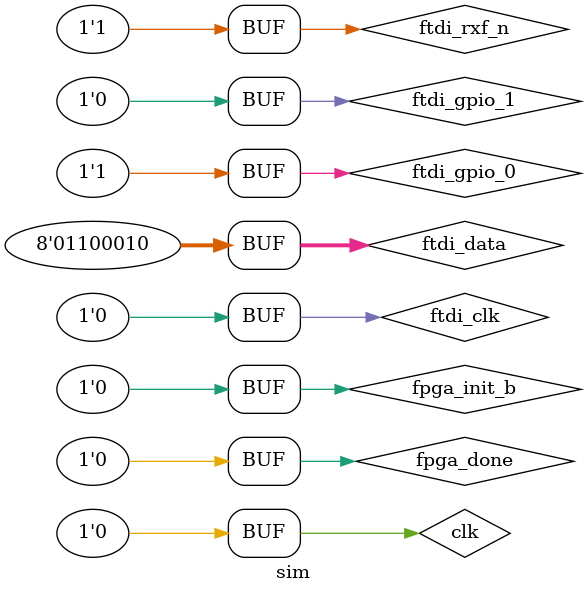
<source format=v>
`timescale 1ns / 1ps


module sim;

	// Inputs
	reg clk;
	reg fpga_done;
	reg fpga_init_b;
	reg ftdi_clk;
	reg [7:0] ftdi_data;
	reg ftdi_rxf_n;
	reg ftdi_gpio_0;
	reg ftdi_gpio_1;

	// Outputs
	wire fpga_bl_clk;
	wire fpga_bl_data;
	wire fpga_program_b;
	wire [2:0]cnt_bit_debug;
	wire dbg;
	wire ftdi_rd_n;
	
	parameter WPS = 256;//4*8*32

	// Instantiate the Unit Under Test (UUT)
	bootloader uut (
		.clk(clk), 
		.fpga_done(fpga_done), 
		.fpga_bl_clk(fpga_bl_clk), 
		.fpga_bl_data(fpga_bl_data), 
		.fpga_init_b(fpga_init_b), 
		.fpga_program_b(fpga_program_b), 
		.ftdi_clk(ftdi_clk), 
		.ftdi_data(ftdi_data), 
		.dbg(dbg), 
		.ftdi_rxf_n(ftdi_rxf_n), 
		.ftdi_rd_n(ftdi_rd_n), 
		.ftdi_gpio_0(ftdi_gpio_0), 
		.ftdi_gpio_1(ftdi_gpio_1),
		.cnt_bit_debug(cnt_bit_debug)
	);

	initial begin
		// Initialize Inputs
		clk = 0;
		fpga_done = 0;
		fpga_init_b = 0;
		ftdi_clk = 0;
		ftdi_data = 12'hA5A;
		ftdi_rxf_n = 1;
		ftdi_gpio_0 = 0;
		ftdi_gpio_1 = 0;

		clk = 1;
		#1;
		ftdi_rxf_n = 0;
		clk = 0;
		#1;
		clk = 1;
		#1;
		clk = 0;
		#1;
		ftdi_gpio_0 = 1;
		ftdi_gpio_1 = 1;
		clk = 1;
		#1;
		clk = 0;
		#1;
		ftdi_gpio_0 = 1;
		ftdi_gpio_1 = 0;
		clk = 1;
		#1;
		clk = 0;
		
		
		//ftdi_data = 12'h0;;

		repeat(8) begin
			repeat(WPS) begin
			ftdi_clk = 1;
			#1;
			ftdi_clk = 0;
			#1;
			end
			ftdi_data = ftdi_data+1;
		end
		ftdi_rxf_n = 1;
		ftdi_clk = 1;
		#1;
		ftdi_clk = 0;
		#1;
		ftdi_clk = 1;
		#1;
		ftdi_clk = 0;
		#1;
	end
      
endmodule


</source>
